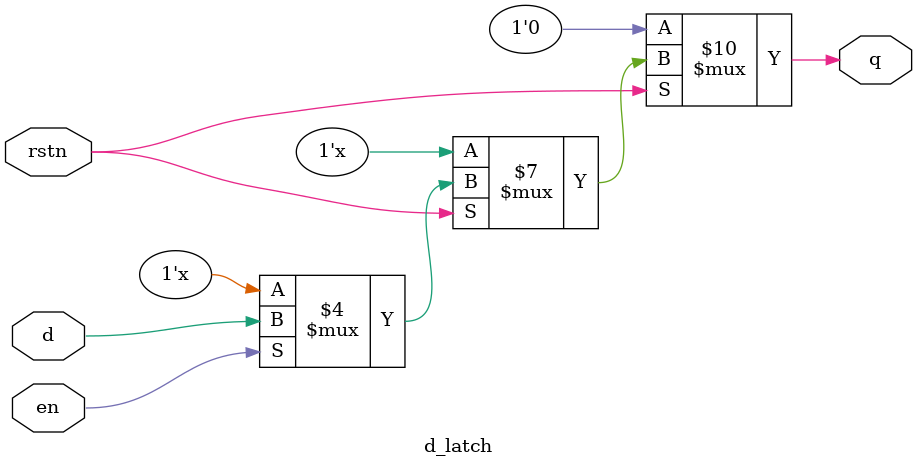
<source format=v>
module d_latch (input d,           
                input en,          
                input rstn,        
                output reg q);     
				  
   always @ (en or rstn or d)//notice
        if (!rstn)
            q = 0;
        else
            if (en)
                q = d;
		  
endmodule

//mothed 2
//asign q = (!rstn) ? 0 : (en) ? d : q;
</source>
